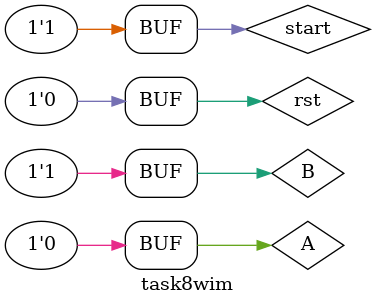
<source format=v>
`timescale 1ns / 1ps


module task8wim(); // signals
    reg start,rst; reg[3:0] X,Y;
    // Outputs
    wire [5:0] Z;
    wire done;
    // dut
    task8 dut(rst,start, X,Y,Z,done);
    initial begin rst=1; // reset
    #20 start = 0;A =6; B= 7;
    #500 rst = 0;
    #20 start = 1;
    // start
    //@(posedge Finish);
    //start = 0; //$done;
    end
endmodule


</source>
